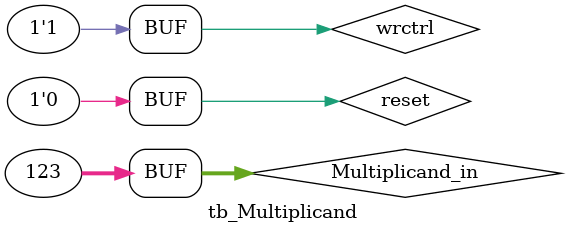
<source format=v>
`timescale 1ns/ 1ps
module tb_Multiplicand;

// input
reg [31:0]Multiplicand_in;
reg reset;
reg wrctrl;

// output
wire [31:0] Multiplicand_out;

Multiplicand mul(
    Multiplicand_in,
    reset,
    wrctrl,
    Multiplicand_out
);

initial begin
    Multiplicand_in = 0;
    reset = 0;
    wrctrl = 0;
    #10 
    // zzzzzz



    Multiplicand_in = 32'd123;
    wrctrl = 1;
    #10
    // 123

    reset = 1;
    // 00000

    #10
    reset = 0;

end

endmodule
</source>
